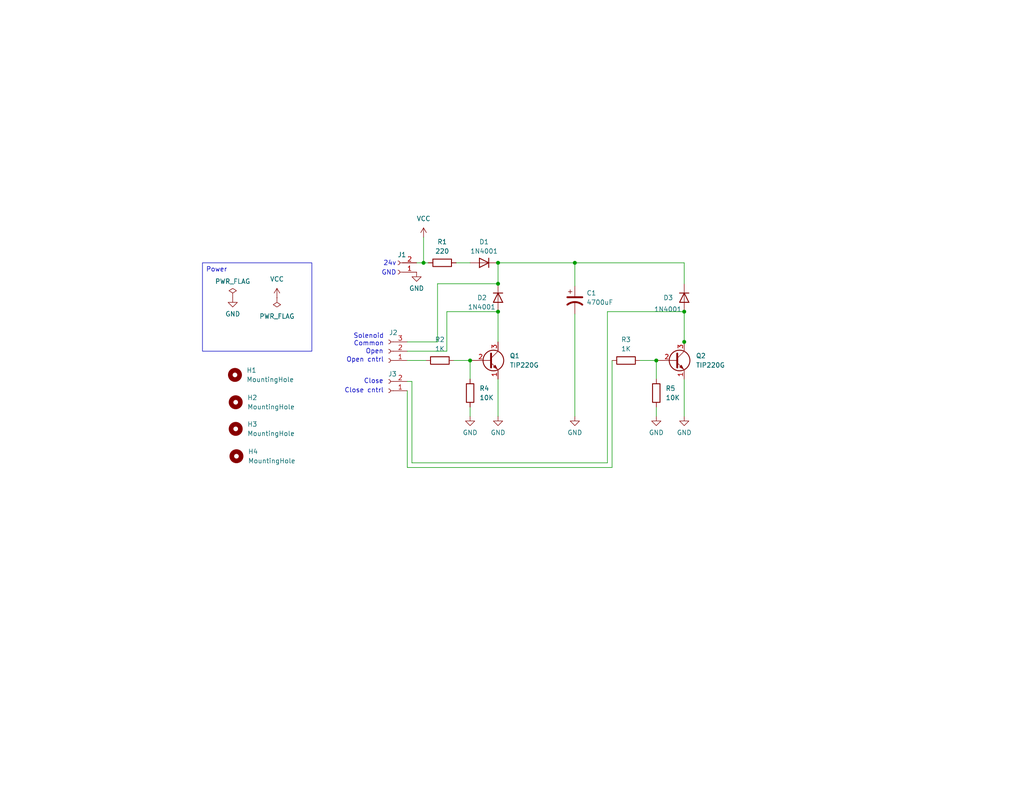
<source format=kicad_sch>
(kicad_sch (version 20230121) (generator eeschema)
  (paper "USLetter")
  (title_block (title "CDU-Peco-turnout") (date "2024-04-09") (rev "1.0") (company "James Gallagher"))
  (lib_symbols
    (symbol "Connector:Conn_01x02_Socket" (pin_names (offset 1.016) hide)
      (property "Reference" "J" (at 0 2.54 0))
      (property "Value" "Conn_01x02_Socket" (at 0 -5.08 0))
      (symbol "Conn_01x02_Socket_1_1"
        (arc (start 0 -2.032) (mid -0.5058 -2.54) (end 0 -3.048) (stroke (width 0.1524)))
        (polyline (pts (xy -1.27 -2.54) (xy -0.508 -2.54)) (stroke (width 0.1524)))
        (polyline (pts (xy -1.27 0) (xy -0.508 0)) (stroke (width 0.1524)))
        (arc (start 0 0.508) (mid -0.5058 0) (end 0 -0.508) (stroke (width 0.1524)))
        (pin passive line (at -5.08 0 0) (length 3.81) (name "Pin_1") (number "1"))
        (pin passive line (at -5.08 -2.54 0) (length 3.81) (name "Pin_2") (number "2"))
      )
    )
    (symbol "Connector:Conn_01x03_Socket" (pin_names (offset 1.016) hide)
      (property "Reference" "J" (at 0 5.08 0))
      (property "Value" "Conn_01x03_Socket" (at 0 -5.08 0))
      (symbol "Conn_01x03_Socket_1_1"
        (arc (start 0 -2.032) (mid -0.5058 -2.54) (end 0 -3.048) (stroke (width 0.1524)))
        (polyline (pts (xy -1.27 -2.54) (xy -0.508 -2.54)) (stroke (width 0.1524)))
        (polyline (pts (xy -1.27 0) (xy -0.508 0)) (stroke (width 0.1524)))
        (polyline (pts (xy -1.27 2.54) (xy -0.508 2.54)) (stroke (width 0.1524)))
        (arc (start 0 0.508) (mid -0.5058 0) (end 0 -0.508) (stroke (width 0.1524)))
        (arc (start 0 3.048) (mid -0.5058 2.54) (end 0 2.032) (stroke (width 0.1524)))
        (pin passive line (at -5.08 2.54 0) (length 3.81) (name "Pin_1") (number "1"))
        (pin passive line (at -5.08 0 0) (length 3.81) (name "Pin_2") (number "2"))
        (pin passive line (at -5.08 -2.54 0) (length 3.81) (name "Pin_3") (number "3"))
      )
    )
    (symbol "Device:C_Polarized_US" (pin_numbers hide) (pin_names (offset 0.254) hide)
      (property "Reference" "C" (at 0.635 2.54 0))
      (property "Value" "C_Polarized_US" (at 0.635 -2.54 0))
      (symbol "C_Polarized_US_0_1"
        (polyline (pts (xy -2.032 0.762) (xy 2.032 0.762)) (stroke (width 0.508)))
        (polyline (pts (xy -1.778 2.286) (xy -0.762 2.286)))
        (polyline (pts (xy -1.27 1.778) (xy -1.27 2.794)))
        (arc (start 2.032 -1.27) (mid 0 -0.5572) (end -2.032 -1.27) (stroke (width 0.508)))
      )
      (symbol "C_Polarized_US_1_1"
        (pin passive line (at 0 3.81 270) (length 2.794) (name "~") (number "1"))
        (pin passive line (at 0 -3.81 90) (length 3.302) (name "~") (number "2"))
      )
    )
    (symbol "Device:D" (pin_numbers hide) (pin_names (offset 1.016) hide)
      (property "Reference" "D" (at 0 2.54 0))
      (property "Value" "D" (at 0 -2.54 0))
      (symbol "D_0_1"
        (polyline (pts (xy -1.27 1.27) (xy -1.27 -1.27)) (stroke (width 0.254)))
        (polyline (pts (xy 1.27 0) (xy -1.27 0)))
        (polyline (pts (xy 1.27 1.27) (xy 1.27 -1.27) (xy -1.27 0) (xy 1.27 1.27)) (stroke (width 0.254)))
      )
      (symbol "D_1_1"
        (pin passive line (at -3.81 0 0) (length 2.54) (name "K") (number "1"))
        (pin passive line (at 3.81 0 180) (length 2.54) (name "A") (number "2"))
      )
    )
    (symbol "Device:Q_NPN_EBC" (pin_names (offset 0) hide)
      (property "Reference" "Q" (at 5.08 1.27 0))
      (property "Value" "Q_NPN_EBC" (at 5.08 -1.27 0))
      (symbol "Q_NPN_EBC_0_1"
        (polyline (pts (xy 0.635 0.635) (xy 2.54 2.54)))
        (polyline (pts (xy 0.635 -0.635) (xy 2.54 -2.54) (xy 2.54 -2.54)))
        (polyline (pts (xy 0.635 1.905) (xy 0.635 -1.905) (xy 0.635 -1.905)) (stroke (width 0.508)))
        (polyline (pts (xy 1.27 -1.778) (xy 1.778 -1.27) (xy 2.286 -2.286) (xy 1.27 -1.778) (xy 1.27 -1.778)) (fill (type outline)))
        (circle (center 1.27 0) (radius 2.8194) (stroke (width 0.254)))
      )
      (symbol "Q_NPN_EBC_1_1"
        (pin passive line (at 2.54 -5.08 90) (length 2.54) (name "E") (number "1"))
        (pin passive line (at -5.08 0 0) (length 5.715) (name "B") (number "2"))
        (pin passive line (at 2.54 5.08 270) (length 2.54) (name "C") (number "3"))
      )
    )
    (symbol "Device:R" (pin_numbers hide) (pin_names (offset 0))
      (property "Reference" "R" (at 2.032 0 90))
      (property "Value" "R" (at 0 0 90))
      (symbol "R_0_1"
        (rectangle (start -1.016 -2.54) (end 1.016 2.54) (stroke (width 0.254)))
      )
      (symbol "R_1_1"
        (pin passive line (at 0 3.81 270) (length 1.27) (name "~") (number "1"))
        (pin passive line (at 0 -3.81 90) (length 1.27) (name "~") (number "2"))
      )
    )
    (symbol "Mechanical:MountingHole" (pin_names (offset 1.016))
      (property "Reference" "H" (at 0 5.08 0))
      (property "Value" "MountingHole" (at 0 3.175 0))
      (symbol "MountingHole_0_1"
        (circle (center 0 0) (radius 1.27) (stroke (width 1.27)))
      )
    )
    (symbol "power:GND" (power) (pin_names (offset 0))
      (property "Value" "GND" (at 0 -3.81 0))
      (symbol "GND_0_1"
        (polyline (pts (xy 0 0) (xy 0 -1.27) (xy 1.27 -1.27) (xy 0 -2.54) (xy -1.27 -1.27) (xy 0 -1.27)))
      )
      (symbol "GND_1_1"
        (pin power_in line (at 0 0 270) (length 0) hide (name "GND") (number "1"))
      )
    )
    (symbol "power:PWR_FLAG" (power) (pin_numbers hide) (pin_names (offset 0) hide)
      (property "Value" "PWR_FLAG" (at 0 3.81 0))
      (symbol "PWR_FLAG_0_0"
        (pin power_out line (at 0 0 90) (length 0) (name "pwr") (number "1"))
      )
      (symbol "PWR_FLAG_0_1"
        (polyline (pts (xy 0 0) (xy 0 1.27) (xy -1.016 1.905) (xy 0 2.54) (xy 1.016 1.905) (xy 0 1.27)))
      )
    )
    (symbol "power:VCC" (power) (pin_names (offset 0))
      (property "Value" "VCC" (at 0 3.81 0))
      (symbol "VCC_0_1"
        (polyline (pts (xy -0.762 1.27) (xy 0 2.54)))
        (polyline (pts (xy 0 0) (xy 0 2.54)))
        (polyline (pts (xy 0 2.54) (xy 0.762 1.27)))
      )
      (symbol "VCC_1_1"
        (pin power_in line (at 0 0 90) (length 0) hide (name "VCC") (number "1"))
      )
    )
  )
  (junction (at 128.27 98.425))
  (junction (at 186.69 93.345))
  (junction (at 156.845 71.755))
  (junction (at 135.89 85.09))
  (junction (at 186.69 85.09))
  (junction (at 115.57 71.755))
  (junction (at 135.89 71.755))
  (junction (at 179.07 98.425))
  (junction (at 135.89 77.47))
  (wire (pts (xy 165.735 126.365) (xy 165.735 85.09)))
  (wire (pts (xy 156.845 71.755) (xy 156.845 78.105)))
  (wire (pts (xy 115.57 64.77) (xy 115.57 71.755)))
  (wire (pts (xy 112.395 104.14) (xy 112.395 126.365)))
  (wire (pts (xy 115.57 71.755) (xy 116.84 71.755)))
  (wire (pts (xy 111.125 127.635) (xy 167.005 127.635)))
  (wire (pts (xy 186.69 71.755) (xy 186.69 77.47)))
  (wire (pts (xy 111.125 104.14) (xy 112.395 104.14)))
  (wire (pts (xy 179.07 98.425) (xy 179.07 103.505)))
  (wire (pts (xy 135.89 77.47) (xy 119.38 77.47)))
  (wire (pts (xy 111.125 106.68) (xy 111.125 127.635)))
  (wire (pts (xy 128.27 98.425) (xy 128.27 103.505)))
  (wire (pts (xy 165.735 85.09) (xy 186.69 85.09)))
  (wire (pts (xy 156.845 85.725) (xy 156.845 113.665)))
  (wire (pts (xy 186.69 93.345) (xy 186.69 94.615)))
  (wire (pts (xy 111.125 93.345) (xy 119.38 93.345)))
  (wire (pts (xy 124.46 71.755) (xy 128.27 71.755)))
  (wire (pts (xy 186.69 85.09) (xy 186.69 93.345)))
  (wire (pts (xy 123.825 98.425) (xy 128.27 98.425)))
  (wire (pts (xy 112.395 126.365) (xy 165.735 126.365)))
  (wire (pts (xy 119.38 77.47) (xy 119.38 93.345)))
  (wire (pts (xy 135.89 103.505) (xy 135.89 113.665)))
  (wire (pts (xy 167.005 127.635) (xy 167.005 98.425)))
  (wire (pts (xy 186.69 71.755) (xy 156.845 71.755)))
  (wire (pts (xy 121.92 95.885) (xy 121.92 85.09)))
  (wire (pts (xy 135.89 71.755) (xy 135.89 77.47)))
  (wire (pts (xy 156.845 71.755) (xy 135.89 71.755)))
  (wire (pts (xy 174.625 98.425) (xy 179.07 98.425)))
  (wire (pts (xy 113.665 71.755) (xy 115.57 71.755)))
  (wire (pts (xy 135.89 85.09) (xy 135.89 93.345)))
  (wire (pts (xy 128.27 111.125) (xy 128.27 113.665)))
  (wire (pts (xy 111.125 95.885) (xy 121.92 95.885)))
  (wire (pts (xy 186.69 103.505) (xy 186.69 113.665)))
  (wire (pts (xy 111.125 98.425) (xy 116.205 98.425)))
  (wire (pts (xy 121.92 85.09) (xy 135.89 85.09)))
  (wire (pts (xy 179.07 111.125) (xy 179.07 113.665)))
  (text_box "Power" (at 55.245 71.755 0) (size 29.845 24.13) (effects (font (size 1.27 1.27)) (justify left top)))
  (text "Close" (at 104.648 104.902 0) (effects (font (size 1.27 1.27)) (justify right bottom)))
  (text "Close cntrl" (at 104.7496 107.442 0) (effects (font (size 1.27 1.27)) (justify right bottom)))
  (text "Open cntrl" (at 104.775 99.06 0) (effects (font (size 1.27 1.27)) (justify right bottom)))
  (text "GND" (at 108.1532 75.2856 0) (effects (font (size 1.27 1.27)) (justify right bottom)))
  (text "Solenoid\nCommon" (at 104.775 94.615 0) (effects (font (size 1.27 1.27)) (justify right bottom)))
  (text "Open" (at 104.648 96.774 0) (effects (font (size 1.27 1.27)) (justify right bottom)))
  (text "24v" (at 108.1532 72.6948 0) (effects (font (size 1.27 1.27)) (justify right bottom)))
  (symbol (lib_id "Mechanical:MountingHole") (at 64.516 124.5616 0) (unit 1)
    (property "Reference" "H4" (at 67.6656 123.2916 0) (effects (justify left)))
    (property "Value" "MountingHole" (at 67.6656 125.8316 0) (effects (justify left)))
    (property "Footprint" "MountingHole:MountingHole_3mm" (effects hide))
  )
  (symbol (lib_id "Device:D") (at 186.69 81.28 270) (unit 1)
    (property "Reference" "D3" (at 180.975 81.28 90) (effects (justify left)))
    (property "Value" "1N4001" (at 178.435 84.455 90) (effects (justify left)))
    (property "Footprint" "CDU footprints:D_T-1_P10.16mm_Horizontal" (effects hide))
    (property "Sim.Device" "D" (effects hide))
    (property "Sim.Pins" "1=K 2=A" (effects hide))
  )
  (symbol (lib_id "power:GND") (at 156.845 113.665 0) (unit 1)
    (property "Reference" "#PWR05" (effects hide))
    (property "Value" "GND" (at 156.845 118.11 0))
  )
  (symbol (lib_id "Device:D") (at 132.08 71.755 180) (unit 1)
    (property "Reference" "D1" (at 132.08 66.04 0))
    (property "Value" "1N4001" (at 132.08 68.58 0))
    (property "Footprint" "CDU footprints:D_T-1_P10.16mm_Horizontal" (effects hide))
    (property "Sim.Device" "D" (effects hide))
    (property "Sim.Pins" "1=K 2=A" (effects hide))
  )
  (symbol (lib_id "Device:R") (at 120.015 98.425 90) (unit 1)
    (property "Reference" "R2" (at 120.015 92.71 90))
    (property "Value" "1K" (at 120.015 95.25 90))
    (property "Footprint" "CDU footprints:YAG_CFR25_YAG" (effects hide))
  )
  (symbol (lib_id "Mechanical:MountingHole") (at 64.1096 102.362 0) (unit 1)
    (property "Reference" "H1" (at 67.2592 101.092 0) (effects (justify left)))
    (property "Value" "MountingHole" (at 67.2592 103.632 0) (effects (justify left)))
    (property "Footprint" "MountingHole:MountingHole_3mm" (effects hide))
  )
  (symbol (lib_id "power:PWR_FLAG") (at 75.565 81.28 180) (unit 1)
    (property "Reference" "#FLG04" (effects hide))
    (property "Value" "PWR_FLAG" (at 75.565 86.36 0))
  )
  (symbol (lib_id "power:VCC") (at 115.57 64.77 0) (unit 1)
    (property "Reference" "#PWR010" (effects hide))
    (property "Value" "VCC" (at 115.57 59.69 0))
  )
  (symbol (lib_id "Device:Q_NPN_EBC") (at 184.15 98.425 0) (unit 1)
    (property "Reference" "Q2" (at 189.865 97.155 0) (effects (justify left)))
    (property "Value" "TIP220G" (at 189.865 99.695 0) (effects (justify left)))
    (property "Footprint" "CDU footprints:TO-220-3_10P53X15P75_ONS" (effects hide))
  )
  (symbol (lib_id "Device:R") (at 120.65 71.755 90) (unit 1)
    (property "Reference" "R1" (at 120.65 66.04 90))
    (property "Value" "220" (at 120.65 68.58 90))
    (property "Footprint" "CDU footprints:R_Axial_DIN0617_L17.0mm_D6.0mm_P7.62mm_Vertical" (effects hide))
  )
  (symbol (lib_id "power:GND") (at 128.27 113.665 0) (unit 1)
    (property "Reference" "#PWR03" (effects hide))
    (property "Value" "GND" (at 128.27 118.11 0))
  )
  (symbol (lib_id "Mechanical:MountingHole") (at 64.3128 109.8296 0) (unit 1)
    (property "Reference" "H2" (at 67.4624 108.5596 0) (effects (justify left)))
    (property "Value" "MountingHole" (at 67.4624 111.0996 0) (effects (justify left)))
    (property "Footprint" "MountingHole:MountingHole_3mm" (effects hide))
  )
  (symbol (lib_id "power:GND") (at 113.665 74.295 0) (unit 1)
    (property "Reference" "#PWR02" (effects hide))
    (property "Value" "GND" (at 113.665 78.74 0))
  )
  (symbol (lib_id "Connector:Conn_01x02_Socket") (at 108.585 74.295 180) (unit 1)
    (property "Reference" "J1" (at 109.6772 69.5452 0))
    (property "Value" "Conn_01x02_Socket" (effects hide))
    (property "Footprint" "CDU footprints:CONN_OSTVN02A150_OST" (effects hide))
  )
  (symbol (lib_id "Connector:Conn_01x03_Socket") (at 106.045 95.885 180) (unit 1)
    (property "Reference" "J2" (at 107.315 90.805 0))
    (property "Value" "Conn_01x03_Socket" (effects hide))
    (property "Footprint" "CDU footprints:CONN3_OSTVN03A150_OST" (effects hide))
  )
  (symbol (lib_id "power:VCC") (at 75.565 81.28 0) (unit 1)
    (property "Reference" "#PWR08" (effects hide))
    (property "Value" "VCC" (at 75.565 76.2 0))
  )
  (symbol (lib_id "Device:R") (at 128.27 107.315 0) (unit 1)
    (property "Reference" "R4" (at 130.81 106.045 0) (effects (justify left)))
    (property "Value" "10K" (at 130.81 108.585 0) (effects (justify left)))
    (property "Footprint" "CDU footprints:YAG_CFR25_YAG" (effects hide))
  )
  (symbol (lib_id "power:GND") (at 186.69 113.665 0) (unit 1)
    (property "Reference" "#PWR07" (effects hide))
    (property "Value" "GND" (at 186.69 118.11 0))
  )
  (symbol (lib_id "Device:R") (at 179.07 107.315 0) (unit 1)
    (property "Reference" "R5" (at 181.61 106.045 0) (effects (justify left)))
    (property "Value" "10K" (at 181.61 108.585 0) (effects (justify left)))
    (property "Footprint" "CDU footprints:YAG_CFR25_YAG" (effects hide))
  )
  (symbol (lib_id "power:GND") (at 63.5 81.28 0) (unit 1)
    (property "Reference" "#PWR01" (effects hide))
    (property "Value" "GND" (at 63.5 85.725 0))
  )
  (symbol (lib_id "Device:Q_NPN_EBC") (at 133.35 98.425 0) (unit 1)
    (property "Reference" "Q1" (at 139.065 97.155 0) (effects (justify left)))
    (property "Value" "TIP220G" (at 139.065 99.695 0) (effects (justify left)))
    (property "Footprint" "CDU footprints:TO-220-3_10P53X15P75_ONS" (effects hide))
  )
  (symbol (lib_id "Device:R") (at 170.815 98.425 90) (unit 1)
    (property "Reference" "R3" (at 170.815 92.71 90))
    (property "Value" "1K" (at 170.815 95.25 90))
    (property "Footprint" "CDU footprints:YAG_CFR25_YAG" (effects hide))
  )
  (symbol (lib_id "Connector:Conn_01x02_Socket") (at 106.045 106.68 180) (unit 1)
    (property "Reference" "J3" (at 107.0864 102.108 0))
    (property "Value" "Conn_01x02_Socket" (effects hide))
    (property "Footprint" "CDU footprints:CONN_OSTVN02A150_OST" (effects hide))
  )
  (symbol (lib_id "Device:C_Polarized_US") (at 156.845 81.915 0) (unit 1)
    (property "Reference" "C1" (at 160.02 80.01 0) (effects (justify left)))
    (property "Value" "4700uF" (at 160.02 82.55 0) (effects (justify left)))
    (property "Footprint" "CDU footprints:PCAP_18x355_PAN" (effects hide))
  )
  (symbol (lib_id "Device:D") (at 135.89 81.28 270) (unit 1)
    (property "Reference" "D2" (at 130.175 81.28 90) (effects (justify left)))
    (property "Value" "1N4001" (at 127.635 83.82 90) (effects (justify left)))
    (property "Footprint" "CDU footprints:D_T-1_P10.16mm_Horizontal" (effects hide))
    (property "Sim.Device" "D" (effects hide))
    (property "Sim.Pins" "1=K 2=A" (effects hide))
  )
  (symbol (lib_id "power:GND") (at 179.07 113.665 0) (unit 1)
    (property "Reference" "#PWR06" (effects hide))
    (property "Value" "GND" (at 179.07 118.11 0))
  )
  (symbol (lib_id "Mechanical:MountingHole") (at 64.3128 117.094 0) (unit 1)
    (property "Reference" "H3" (at 67.4624 115.824 0) (effects (justify left)))
    (property "Value" "MountingHole" (at 67.4624 118.364 0) (effects (justify left)))
    (property "Footprint" "MountingHole:MountingHole_3mm" (effects hide))
  )
  (symbol (lib_id "power:PWR_FLAG") (at 63.5 81.28 0) (unit 1)
    (property "Reference" "#FLG03" (effects hide))
    (property "Value" "PWR_FLAG" (at 63.5 76.835 0))
  )
  (symbol (lib_id "power:GND") (at 135.89 113.665 0) (unit 1)
    (property "Reference" "#PWR04" (effects hide))
    (property "Value" "GND" (at 135.89 118.11 0))
  )
)
</source>
